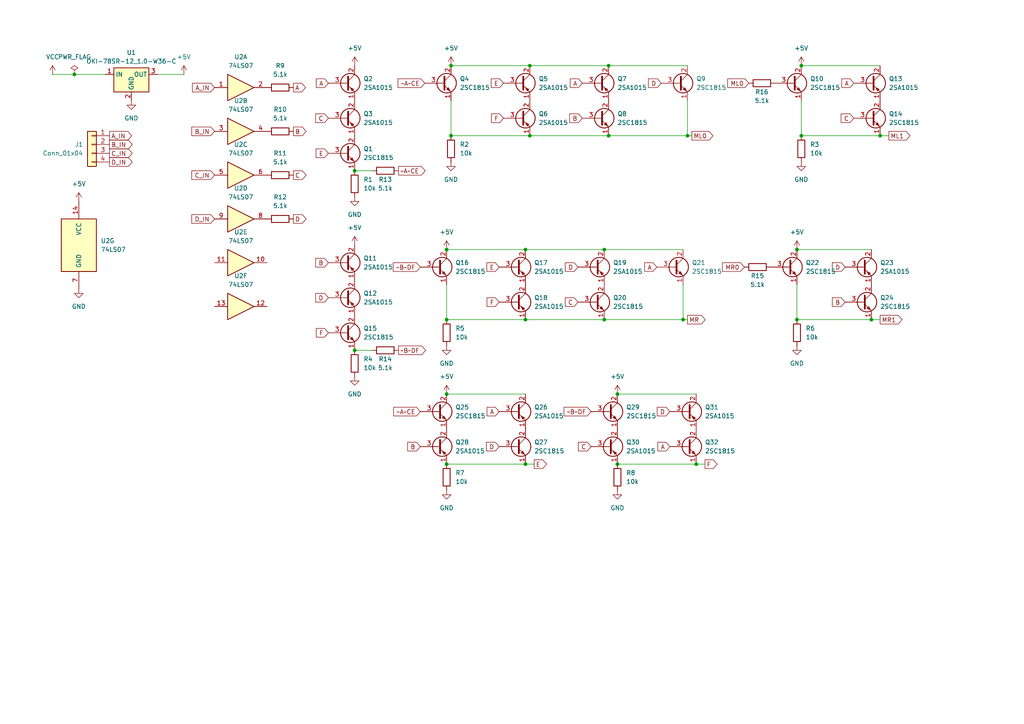
<source format=kicad_sch>
(kicad_sch (version 20231120) (generator "eeschema") (generator_version "8.0")
  (paper "A4")
  (lib_symbols
    (symbol "74xx:74LS07" (pin_names (offset 1.016))
      (property "Reference" "U" (at 0 1.27 0))
      (property "Value" "74LS07" (at 0 -1.27 0))
      (symbol "74LS07_1_0"
        (polyline (pts (xy -3.81 3.81) (xy -3.81 -3.81) (xy 3.81 0) (xy -3.81 3.81)) (stroke (width 0.254)) (fill (type background)))
        (pin input line (at -7.62 0 0) (length 3.81) (name "~") (number "1"))
        (pin open_collector line (at 7.62 0 180) (length 3.81) (name "~") (number "2"))
      )
      (symbol "74LS07_2_0"
        (polyline (pts (xy -3.81 3.81) (xy -3.81 -3.81) (xy 3.81 0) (xy -3.81 3.81)) (stroke (width 0.254)) (fill (type background)))
        (pin input line (at -7.62 0 0) (length 3.81) (name "~") (number "3"))
        (pin open_collector line (at 7.62 0 180) (length 3.81) (name "~") (number "4"))
      )
      (symbol "74LS07_3_0"
        (polyline (pts (xy -3.81 3.81) (xy -3.81 -3.81) (xy 3.81 0) (xy -3.81 3.81)) (stroke (width 0.254)) (fill (type background)))
        (pin input line (at -7.62 0 0) (length 3.81) (name "~") (number "5"))
        (pin open_collector line (at 7.62 0 180) (length 3.81) (name "~") (number "6"))
      )
      (symbol "74LS07_4_0"
        (polyline (pts (xy -3.81 3.81) (xy -3.81 -3.81) (xy 3.81 0) (xy -3.81 3.81)) (stroke (width 0.254)) (fill (type background)))
        (pin open_collector line (at 7.62 0 180) (length 3.81) (name "~") (number "8"))
        (pin input line (at -7.62 0 0) (length 3.81) (name "~") (number "9"))
      )
      (symbol "74LS07_5_0"
        (polyline (pts (xy -3.81 3.81) (xy -3.81 -3.81) (xy 3.81 0) (xy -3.81 3.81)) (stroke (width 0.254)) (fill (type background)))
        (pin open_collector line (at 7.62 0 180) (length 3.81) (name "~") (number "10"))
        (pin input line (at -7.62 0 0) (length 3.81) (name "~") (number "11"))
      )
      (symbol "74LS07_6_0"
        (polyline (pts (xy -3.81 3.81) (xy -3.81 -3.81) (xy 3.81 0) (xy -3.81 3.81)) (stroke (width 0.254)) (fill (type background)))
        (pin open_collector line (at 7.62 0 180) (length 3.81) (name "~") (number "12"))
        (pin input line (at -7.62 0 0) (length 3.81) (name "~") (number "13"))
      )
      (symbol "74LS07_7_0"
        (pin power_in line (at 0 12.7 270) (length 5.08) (name "VCC") (number "14"))
        (pin power_in line (at 0 -12.7 90) (length 5.08) (name "GND") (number "7"))
      )
      (symbol "74LS07_7_1"
        (rectangle (start -5.08 7.62) (end 5.08 -7.62) (stroke (width 0.254)) (fill (type background)))
      )
    )
    (symbol "Connector_Generic:Conn_01x04" (pin_names (offset 1.016) hide)
      (property "Reference" "J" (at 0 5.08 0))
      (property "Value" "Conn_01x04" (at 0 -7.62 0))
      (symbol "Conn_01x04_1_1"
        (rectangle (start -1.27 -4.953) (end 0 -5.207) (stroke (width 0.1524)))
        (rectangle (start -1.27 -2.413) (end 0 -2.667) (stroke (width 0.1524)))
        (rectangle (start -1.27 0.127) (end 0 -0.127) (stroke (width 0.1524)))
        (rectangle (start -1.27 2.667) (end 0 2.413) (stroke (width 0.1524)))
        (rectangle (start -1.27 3.81) (end 1.27 -6.35) (stroke (width 0.254)) (fill (type background)))
        (pin passive line (at -5.08 2.54 0) (length 3.81) (name "Pin_1") (number "1"))
        (pin passive line (at -5.08 0 0) (length 3.81) (name "Pin_2") (number "2"))
        (pin passive line (at -5.08 -2.54 0) (length 3.81) (name "Pin_3") (number "3"))
        (pin passive line (at -5.08 -5.08 0) (length 3.81) (name "Pin_4") (number "4"))
      )
    )
    (symbol "Converter_DCDC:OKI-78SR-12_1.0-W36-C"
      (property "Reference" "U" (at -3.81 3.175 0))
      (property "Value" "OKI-78SR-12_1.0-W36-C" (at 0 3.175 0))
      (symbol "OKI-78SR-12_1.0-W36-C_0_1"
        (rectangle (start -5.08 1.905) (end 5.08 -5.08) (stroke (width 0.254)) (fill (type background)))
      )
      (symbol "OKI-78SR-12_1.0-W36-C_1_1"
        (pin power_in line (at -7.62 0 0) (length 2.54) (name "IN") (number "1"))
        (pin power_in line (at 0 -7.62 90) (length 2.54) (name "GND") (number "2"))
        (pin power_out line (at 7.62 0 180) (length 2.54) (name "OUT") (number "3"))
      )
    )
    (symbol "Device:R" (pin_numbers hide) (pin_names (offset 0))
      (property "Reference" "R" (at 2.032 0 90))
      (property "Value" "R" (at 0 0 90))
      (symbol "R_0_1"
        (rectangle (start -1.016 -2.54) (end 1.016 2.54) (stroke (width 0.254)))
      )
      (symbol "R_1_1"
        (pin passive line (at 0 3.81 270) (length 1.27) (name "~") (number "1"))
        (pin passive line (at 0 -3.81 90) (length 1.27) (name "~") (number "2"))
      )
    )
    (symbol "Transistor_BJT:2SA1015" (pin_names (offset 0) hide)
      (property "Reference" "Q" (at 5.08 1.905 0))
      (property "Value" "2SA1015" (at 5.08 0 0))
      (symbol "2SA1015_0_1"
        (polyline (pts (xy 0 0) (xy 0.635 0)))
        (polyline (pts (xy 2.54 -2.54) (xy 0.635 -0.635)))
        (polyline (pts (xy 2.54 2.54) (xy 0.635 0.635)))
        (polyline (pts (xy 0.635 1.905) (xy 0.635 -1.905) (xy 0.635 -1.905)) (stroke (width 0.508)) (fill (type outline)))
        (polyline (pts (xy 1.778 -2.286) (xy 2.286 -1.778) (xy 1.27 -1.27) (xy 1.778 -2.286) (xy 1.778 -2.286)) (fill (type outline)))
        (circle (center 1.27 0) (radius 2.8194) (stroke (width 0.254)))
      )
      (symbol "2SA1015_1_1"
        (pin passive line (at 2.54 -5.08 90) (length 2.54) (name "E") (number "1"))
        (pin passive line (at 2.54 5.08 270) (length 2.54) (name "C") (number "2"))
        (pin input line (at -5.08 0 0) (length 5.08) (name "B") (number "3"))
      )
    )
    (symbol "Transistor_BJT:2SC1815" (pin_names (offset 0) hide)
      (property "Reference" "Q" (at 5.08 1.905 0))
      (property "Value" "2SC1815" (at 5.08 0 0))
      (symbol "2SC1815_0_1"
        (polyline (pts (xy 0 0) (xy 0.508 0)))
        (polyline (pts (xy 0.635 0.635) (xy 2.54 2.54)))
        (polyline (pts (xy 0.635 -0.635) (xy 2.54 -2.54) (xy 2.54 -2.54)))
        (polyline (pts (xy 0.635 1.905) (xy 0.635 -1.905) (xy 0.635 -1.905)) (stroke (width 0.508)))
        (polyline (pts (xy 1.27 -1.778) (xy 1.778 -1.27) (xy 2.286 -2.286) (xy 1.27 -1.778) (xy 1.27 -1.778)) (fill (type outline)))
        (circle (center 1.27 0) (radius 2.8194) (stroke (width 0.254)))
      )
      (symbol "2SC1815_1_1"
        (pin passive line (at 2.54 -5.08 90) (length 2.54) (name "E") (number "1"))
        (pin passive line (at 2.54 5.08 270) (length 2.54) (name "C") (number "2"))
        (pin input line (at -5.08 0 0) (length 5.08) (name "B") (number "3"))
      )
    )
    (symbol "power:+5V" (power) (pin_numbers hide) (pin_names (offset 0) hide)
      (property "Value" "+5V" (at 0 3.556 0))
      (symbol "+5V_0_1"
        (polyline (pts (xy -0.762 1.27) (xy 0 2.54)))
        (polyline (pts (xy 0 0) (xy 0 2.54)))
        (polyline (pts (xy 0 2.54) (xy 0.762 1.27)))
      )
      (symbol "+5V_1_1"
        (pin power_in line (at 0 0 90) (length 0) (name "~") (number "1"))
      )
    )
    (symbol "power:GND" (power) (pin_numbers hide) (pin_names (offset 0) hide)
      (property "Value" "GND" (at 0 -3.81 0))
      (symbol "GND_0_1"
        (polyline (pts (xy 0 0) (xy 0 -1.27) (xy 1.27 -1.27) (xy 0 -2.54) (xy -1.27 -1.27) (xy 0 -1.27)))
      )
      (symbol "GND_1_1"
        (pin power_in line (at 0 0 270) (length 0) (name "~") (number "1"))
      )
    )
    (symbol "power:PWR_FLAG" (power) (pin_numbers hide) (pin_names (offset 0) hide)
      (property "Value" "PWR_FLAG" (at 0 3.81 0))
      (symbol "PWR_FLAG_0_0"
        (pin power_out line (at 0 0 90) (length 0) (name "~") (number "1"))
      )
      (symbol "PWR_FLAG_0_1"
        (polyline (pts (xy 0 0) (xy 0 1.27) (xy -1.016 1.905) (xy 0 2.54) (xy 1.016 1.905) (xy 0 1.27)))
      )
    )
    (symbol "power:VCC" (power) (pin_numbers hide) (pin_names (offset 0) hide)
      (property "Value" "VCC" (at 0 3.556 0))
      (symbol "VCC_0_1"
        (polyline (pts (xy -0.762 1.27) (xy 0 2.54)))
        (polyline (pts (xy 0 0) (xy 0 2.54)))
        (polyline (pts (xy 0 2.54) (xy 0.762 1.27)))
      )
      (symbol "VCC_1_1"
        (pin power_in line (at 0 0 90) (length 0) (name "~") (number "1"))
      )
    )
  )
  (junction (at 21.59 21.59))
  (junction (at 199.39 39.37))
  (junction (at 129.54 72.39))
  (junction (at 152.4 134.62))
  (junction (at 175.26 72.39))
  (junction (at 102.87 101.6))
  (junction (at 129.54 134.62))
  (junction (at 198.12 92.71))
  (junction (at 176.53 39.37))
  (junction (at 152.4 72.39))
  (junction (at 179.07 134.62))
  (junction (at 130.81 39.37))
  (junction (at 129.54 92.71))
  (junction (at 232.41 19.05))
  (junction (at 231.14 72.39))
  (junction (at 255.27 39.37))
  (junction (at 232.41 39.37))
  (junction (at 201.93 134.62))
  (junction (at 152.4 92.71))
  (junction (at 252.73 92.71))
  (junction (at 176.53 19.05))
  (junction (at 153.67 19.05))
  (junction (at 102.87 49.53))
  (junction (at 129.54 114.3))
  (junction (at 179.07 114.3))
  (junction (at 231.14 92.71))
  (junction (at 130.81 19.05))
  (junction (at 153.67 39.37))
  (junction (at 175.26 92.71))
  (wire (pts (xy 199.39 39.37) (xy 176.53 39.37)))
  (wire (pts (xy 252.73 92.71) (xy 255.27 92.71)))
  (wire (pts (xy 179.07 114.3) (xy 201.93 114.3)))
  (wire (pts (xy 232.41 39.37) (xy 255.27 39.37)))
  (wire (pts (xy 179.07 134.62) (xy 201.93 134.62)))
  (wire (pts (xy 130.81 39.37) (xy 130.81 29.21)))
  (wire (pts (xy 255.27 39.37) (xy 257.81 39.37)))
  (wire (pts (xy 199.39 39.37) (xy 200.66 39.37)))
  (wire (pts (xy 45.72 21.59) (xy 53.34 21.59)))
  (wire (pts (xy 152.4 92.71) (xy 129.54 92.71)))
  (wire (pts (xy 175.26 72.39) (xy 198.12 72.39)))
  (wire (pts (xy 201.93 134.62) (xy 204.47 134.62)))
  (wire (pts (xy 129.54 134.62) (xy 152.4 134.62)))
  (wire (pts (xy 231.14 72.39) (xy 252.73 72.39)))
  (wire (pts (xy 176.53 19.05) (xy 199.39 19.05)))
  (wire (pts (xy 232.41 19.05) (xy 255.27 19.05)))
  (wire (pts (xy 129.54 92.71) (xy 129.54 82.55)))
  (wire (pts (xy 199.39 29.21) (xy 199.39 39.37)))
  (wire (pts (xy 152.4 72.39) (xy 175.26 72.39)))
  (wire (pts (xy 198.12 82.55) (xy 198.12 92.71)))
  (wire (pts (xy 15.24 21.59) (xy 21.59 21.59)))
  (wire (pts (xy 129.54 72.39) (xy 152.4 72.39)))
  (wire (pts (xy 175.26 92.71) (xy 152.4 92.71)))
  (wire (pts (xy 231.14 92.71) (xy 231.14 82.55)))
  (wire (pts (xy 21.59 21.59) (xy 30.48 21.59)))
  (wire (pts (xy 102.87 49.53) (xy 107.95 49.53)))
  (wire (pts (xy 153.67 19.05) (xy 176.53 19.05)))
  (wire (pts (xy 153.67 39.37) (xy 130.81 39.37)))
  (wire (pts (xy 198.12 92.71) (xy 199.39 92.71)))
  (wire (pts (xy 152.4 134.62) (xy 154.94 134.62)))
  (wire (pts (xy 198.12 92.71) (xy 175.26 92.71)))
  (wire (pts (xy 130.81 19.05) (xy 153.67 19.05)))
  (wire (pts (xy 176.53 39.37) (xy 153.67 39.37)))
  (wire (pts (xy 231.14 92.71) (xy 252.73 92.71)))
  (wire (pts (xy 129.54 114.3) (xy 152.4 114.3)))
  (wire (pts (xy 102.87 101.6) (xy 107.95 101.6)))
  (wire (pts (xy 232.41 39.37) (xy 232.41 29.21)))
  (global_label "C_IN" (shape output) (at 31.75 44.45 0) (property "Intersheetrefs" "${INTERSHEET_REFS}" (effects (hide yes))))
  (global_label "E" (shape input) (at 95.25 44.45 180) (property "Intersheetrefs" "${INTERSHEET_REFS}" (effects (hide yes))))
  (global_label "E" (shape output) (at 154.94 134.62 0) (property "Intersheetrefs" "${INTERSHEET_REFS}" (effects (hide yes))))
  (global_label "C" (shape input) (at 247.65 34.29 180) (property "Intersheetrefs" "${INTERSHEET_REFS}" (effects (hide yes))))
  (global_label "E" (shape input) (at 146.05 24.13 180) (property "Intersheetrefs" "${INTERSHEET_REFS}" (effects (hide yes))))
  (global_label "D" (shape input) (at 167.64 77.47 180) (property "Intersheetrefs" "${INTERSHEET_REFS}" (effects (hide yes))))
  (global_label "F" (shape output) (at 204.47 134.62 0) (property "Intersheetrefs" "${INTERSHEET_REFS}" (effects (hide yes))))
  (global_label "B" (shape input) (at 95.25 76.2 180) (property "Intersheetrefs" "${INTERSHEET_REFS}" (effects (hide yes))))
  (global_label "A" (shape input) (at 194.31 129.54 180) (property "Intersheetrefs" "${INTERSHEET_REFS}" (effects (hide yes))))
  (global_label "B" (shape output) (at 85.09 38.1 0) (property "Intersheetrefs" "${INTERSHEET_REFS}" (effects (hide yes))))
  (global_label "A" (shape input) (at 144.78 119.38 180) (property "Intersheetrefs" "${INTERSHEET_REFS}" (effects (hide yes))))
  (global_label "C" (shape input) (at 95.25 34.29 180) (property "Intersheetrefs" "${INTERSHEET_REFS}" (effects (hide yes))))
  (global_label "D" (shape input) (at 245.11 77.47 180) (property "Intersheetrefs" "${INTERSHEET_REFS}" (effects (hide yes))))
  (global_label "~A~CE" (shape output) (at 115.57 49.53 0) (property "Intersheetrefs" "${INTERSHEET_REFS}" (effects (hide yes))))
  (global_label "B_IN" (shape output) (at 31.75 41.91 0) (property "Intersheetrefs" "${INTERSHEET_REFS}" (effects (hide yes))))
  (global_label "D" (shape input) (at 194.31 119.38 180) (property "Intersheetrefs" "${INTERSHEET_REFS}" (effects (hide yes))))
  (global_label "~B~DF" (shape input) (at 171.45 119.38 180) (property "Intersheetrefs" "${INTERSHEET_REFS}" (effects (hide yes))))
  (global_label "A" (shape input) (at 95.25 24.13 180) (property "Intersheetrefs" "${INTERSHEET_REFS}" (effects (hide yes))))
  (global_label "ML0" (shape output) (at 200.66 39.37 0) (property "Intersheetrefs" "${INTERSHEET_REFS}" (effects (hide yes))))
  (global_label "C" (shape output) (at 85.09 50.8 0) (property "Intersheetrefs" "${INTERSHEET_REFS}" (effects (hide yes))))
  (global_label "F" (shape input) (at 95.25 96.52 180) (property "Intersheetrefs" "${INTERSHEET_REFS}" (effects (hide yes))))
  (global_label "D" (shape input) (at 144.78 129.54 180) (property "Intersheetrefs" "${INTERSHEET_REFS}" (effects (hide yes))))
  (global_label "A" (shape input) (at 168.91 24.13 180) (property "Intersheetrefs" "${INTERSHEET_REFS}" (effects (hide yes))))
  (global_label "~A~CE" (shape input) (at 123.19 24.13 180) (property "Intersheetrefs" "${INTERSHEET_REFS}" (effects (hide yes))))
  (global_label "B" (shape input) (at 245.11 87.63 180) (property "Intersheetrefs" "${INTERSHEET_REFS}" (effects (hide yes))))
  (global_label "C_IN" (shape input) (at 62.23 50.8 180) (property "Intersheetrefs" "${INTERSHEET_REFS}" (effects (hide yes))))
  (global_label "~A~CE" (shape input) (at 121.92 119.38 180) (property "Intersheetrefs" "${INTERSHEET_REFS}" (effects (hide yes))))
  (global_label "D_IN" (shape input) (at 62.23 63.5 180) (property "Intersheetrefs" "${INTERSHEET_REFS}" (effects (hide yes))))
  (global_label "ML0" (shape input) (at 217.17 24.13 180) (property "Intersheetrefs" "${INTERSHEET_REFS}" (effects (hide yes))))
  (global_label "F" (shape input) (at 146.05 34.29 180) (property "Intersheetrefs" "${INTERSHEET_REFS}" (effects (hide yes))))
  (global_label "A" (shape input) (at 190.5 77.47 180) (property "Intersheetrefs" "${INTERSHEET_REFS}" (effects (hide yes))))
  (global_label "E" (shape input) (at 144.78 77.47 180) (property "Intersheetrefs" "${INTERSHEET_REFS}" (effects (hide yes))))
  (global_label "F" (shape input) (at 144.78 87.63 180) (property "Intersheetrefs" "${INTERSHEET_REFS}" (effects (hide yes))))
  (global_label "D" (shape output) (at 85.09 63.5 0) (property "Intersheetrefs" "${INTERSHEET_REFS}" (effects (hide yes))))
  (global_label "D_IN" (shape output) (at 31.75 46.99 0) (property "Intersheetrefs" "${INTERSHEET_REFS}" (effects (hide yes))))
  (global_label "MR0" (shape input) (at 215.9 77.47 180) (property "Intersheetrefs" "${INTERSHEET_REFS}" (effects (hide yes))))
  (global_label "A" (shape input) (at 247.65 24.13 180) (property "Intersheetrefs" "${INTERSHEET_REFS}" (effects (hide yes))))
  (global_label "B" (shape input) (at 168.91 34.29 180) (property "Intersheetrefs" "${INTERSHEET_REFS}" (effects (hide yes))))
  (global_label "B" (shape input) (at 121.92 129.54 180) (property "Intersheetrefs" "${INTERSHEET_REFS}" (effects (hide yes))))
  (global_label "~B~DF" (shape output) (at 115.57 101.6 0) (property "Intersheetrefs" "${INTERSHEET_REFS}" (effects (hide yes))))
  (global_label "A_IN" (shape input) (at 62.23 25.4 180) (property "Intersheetrefs" "${INTERSHEET_REFS}" (effects (hide yes))))
  (global_label "MR1" (shape output) (at 255.27 92.71 0) (property "Intersheetrefs" "${INTERSHEET_REFS}" (effects (hide yes))))
  (global_label "A_IN" (shape output) (at 31.75 39.37 0) (property "Intersheetrefs" "${INTERSHEET_REFS}" (effects (hide yes))))
  (global_label "B_IN" (shape input) (at 62.23 38.1 180) (property "Intersheetrefs" "${INTERSHEET_REFS}" (effects (hide yes))))
  (global_label "A" (shape output) (at 85.09 25.4 0) (property "Intersheetrefs" "${INTERSHEET_REFS}" (effects (hide yes))))
  (global_label "C" (shape input) (at 167.64 87.63 180) (property "Intersheetrefs" "${INTERSHEET_REFS}" (effects (hide yes))))
  (global_label "D" (shape input) (at 191.77 24.13 180) (property "Intersheetrefs" "${INTERSHEET_REFS}" (effects (hide yes))))
  (global_label "C" (shape input) (at 171.45 129.54 180) (property "Intersheetrefs" "${INTERSHEET_REFS}" (effects (hide yes))))
  (global_label "D" (shape input) (at 95.25 86.36 180) (property "Intersheetrefs" "${INTERSHEET_REFS}" (effects (hide yes))))
  (global_label "~B~DF" (shape input) (at 121.92 77.47 180) (property "Intersheetrefs" "${INTERSHEET_REFS}" (effects (hide yes))))
  (global_label "ML1" (shape output) (at 257.81 39.37 0) (property "Intersheetrefs" "${INTERSHEET_REFS}" (effects (hide yes))))
  (global_label "MR" (shape output) (at 199.39 92.71 0) (property "Intersheetrefs" "${INTERSHEET_REFS}" (effects (hide yes))))
  (symbol (lib_id "power:+5V") (at 129.54 114.3 0) (unit 1)
    (property "Reference" "#PWR018" (effects (hide yes)))
    (property "Value" "+5V" (at 129.54 109.22 0))
    (property "Description" "Power symbol creates a global label with name \"+5V\"" (effects (hide yes)))
  )
  (symbol (lib_id "power:+5V") (at 231.14 72.39 0) (unit 1)
    (property "Reference" "#PWR016" (effects (hide yes)))
    (property "Value" "+5V" (at 231.14 67.31 0))
    (property "Description" "Power symbol creates a global label with name \"+5V\"" (effects (hide yes)))
  )
  (symbol (lib_id "power:+5V") (at 102.87 71.12 0) (unit 1)
    (property "Reference" "#PWR012" (effects (hide yes)))
    (property "Value" "+5V" (at 102.87 66.04 0))
    (property "Description" "Power symbol creates a global label with name \"+5V\"" (effects (hide yes)))
  )
  (symbol (lib_id "Transistor_BJT:2SC1815") (at 127 77.47 0) (unit 1)
    (property "Reference" "Q16" (at 132.08 76.1999 0) (effects (justify left)))
    (property "Value" "2SC1815" (at 132.08 78.7399 0) (effects (justify left)))
    (property "Footprint" "Package_TO_SOT_THT:TO-92L_Inline_Wide" (effects (hide yes)))
    (property "Datasheet" "https://media.digikey.com/pdf/Data%20Sheets/Toshiba%20PDFs/2SC1815.pdf" (effects (hide yes)))
    (property "Description" "0.15A Ic, 50V Vce, Low Noise Audio NPN Transistor, TO-92" (effects (hide yes)))
  )
  (symbol (lib_id "74xx:74LS07") (at 69.85 63.5 0) (unit 4)
    (property "Reference" "U2" (at 69.85 54.61 0))
    (property "Value" "74LS07" (at 69.85 57.15 0))
    (property "Footprint" "Package_DIP:DIP-14_W7.62mm_Socket" (effects (hide yes)))
    (property "Datasheet" "www.ti.com/lit/ds/symlink/sn74ls07.pdf" (effects (hide yes)))
    (property "Description" "Hex Buffers and Drivers With Open Collector High Voltage Outputs" (effects (hide yes)))
  )
  (symbol (lib_id "power:+5V") (at 232.41 19.05 0) (unit 1)
    (property "Reference" "#PWR010" (effects (hide yes)))
    (property "Value" "+5V" (at 232.41 13.97 0))
    (property "Description" "Power symbol creates a global label with name \"+5V\"" (effects (hide yes)))
  )
  (symbol (lib_id "power:VCC") (at 15.24 21.59 0) (unit 1)
    (property "Reference" "#PWR01" (effects (hide yes)))
    (property "Value" "VCC" (at 15.24 16.51 0))
    (property "Description" "Power symbol creates a global label with name \"VCC\"" (effects (hide yes)))
  )
  (symbol (lib_id "Transistor_BJT:2SC1815") (at 252.73 34.29 0) (unit 1)
    (property "Reference" "Q14" (at 257.81 33.0199 0) (effects (justify left)))
    (property "Value" "2SC1815" (at 257.81 35.5599 0) (effects (justify left)))
    (property "Footprint" "Package_TO_SOT_THT:TO-92L_Inline_Wide" (effects (hide yes)))
    (property "Datasheet" "https://media.digikey.com/pdf/Data%20Sheets/Toshiba%20PDFs/2SC1815.pdf" (effects (hide yes)))
    (property "Description" "0.15A Ic, 50V Vce, Low Noise Audio NPN Transistor, TO-92" (effects (hide yes)))
  )
  (symbol (lib_id "Transistor_BJT:2SA1015") (at 252.73 24.13 0) (unit 1)
    (property "Reference" "Q13" (at 257.81 22.8599 0) (effects (justify left)))
    (property "Value" "2SA1015" (at 257.81 25.3999 0) (effects (justify left)))
    (property "Footprint" "Package_TO_SOT_THT:TO-92_Inline" (effects (hide yes)))
    (property "Datasheet" "http://www.datasheetcatalog.org/datasheet/toshiba/905.pdf" (effects (hide yes)))
    (property "Description" "-0.15A Ic, -50V Vce, Low Noise Audio PNP Transistor, TO-92" (effects (hide yes)))
  )
  (symbol (lib_id "power:+5V") (at 129.54 72.39 0) (unit 1)
    (property "Reference" "#PWR014" (effects (hide yes)))
    (property "Value" "+5V" (at 129.54 67.31 0))
    (property "Description" "Power symbol creates a global label with name \"+5V\"" (effects (hide yes)))
  )
  (symbol (lib_id "Device:R") (at 111.76 101.6 270) (unit 1)
    (property "Reference" "R14" (at 111.76 104.14 90))
    (property "Value" "5.1k" (at 111.76 106.68 90))
    (property "Description" "Resistor" (effects (hide yes)))
  )
  (symbol (lib_id "power:+5V") (at 22.86 58.42 0) (unit 1)
    (property "Reference" "#PWR04" (effects (hide yes)))
    (property "Value" "+5V" (at 22.86 53.34 0))
    (property "Description" "Power symbol creates a global label with name \"+5V\"" (effects (hide yes)))
  )
  (symbol (lib_id "power:GND") (at 231.14 100.33 0) (unit 1)
    (property "Reference" "#PWR017" (effects (hide yes)))
    (property "Value" "GND" (at 231.14 105.41 0))
    (property "Description" "Power symbol creates a global label with name \"GND\" , ground" (effects (hide yes)))
  )
  (symbol (lib_id "Transistor_BJT:2SA1015") (at 100.33 76.2 0) (unit 1)
    (property "Reference" "Q11" (at 105.41 74.9299 0) (effects (justify left)))
    (property "Value" "2SA1015" (at 105.41 77.4699 0) (effects (justify left)))
    (property "Footprint" "Package_TO_SOT_THT:TO-92_Inline" (effects (hide yes)))
    (property "Datasheet" "http://www.datasheetcatalog.org/datasheet/toshiba/905.pdf" (effects (hide yes)))
    (property "Description" "-0.15A Ic, -50V Vce, Low Noise Audio PNP Transistor, TO-92" (effects (hide yes)))
  )
  (symbol (lib_id "Device:R") (at 81.28 38.1 270) (unit 1)
    (property "Reference" "R10" (at 81.28 31.75 90))
    (property "Value" "5.1k" (at 81.28 34.29 90))
    (property "Description" "Resistor" (effects (hide yes)))
  )
  (symbol (lib_id "Transistor_BJT:2SC1815") (at 172.72 87.63 0) (unit 1)
    (property "Reference" "Q20" (at 177.8 86.3599 0) (effects (justify left)))
    (property "Value" "2SC1815" (at 177.8 88.8999 0) (effects (justify left)))
    (property "Footprint" "Package_TO_SOT_THT:TO-92L_Inline_Wide" (effects (hide yes)))
    (property "Datasheet" "https://media.digikey.com/pdf/Data%20Sheets/Toshiba%20PDFs/2SC1815.pdf" (effects (hide yes)))
    (property "Description" "0.15A Ic, 50V Vce, Low Noise Audio NPN Transistor, TO-92" (effects (hide yes)))
  )
  (symbol (lib_id "Device:R") (at 129.54 96.52 0) (unit 1)
    (property "Reference" "R5" (at 132.08 95.2499 0) (effects (justify left)))
    (property "Value" "10k" (at 132.08 97.7899 0) (effects (justify left)))
    (property "Footprint" "Resistor_THT:R_Axial_DIN0204_L3.6mm_D1.6mm_P5.08mm_Horizontal" (effects (hide yes)))
    (property "Description" "Resistor" (effects (hide yes)))
  )
  (symbol (lib_id "power:PWR_FLAG") (at 21.59 21.59 0) (unit 1)
    (property "Reference" "#FLG01" (effects (hide yes)))
    (property "Value" "PWR_FLAG" (at 21.59 16.51 0))
    (property "Description" "Special symbol for telling ERC where power comes from" (effects (hide yes)))
  )
  (symbol (lib_id "Transistor_BJT:2SA1015") (at 176.53 129.54 0) (unit 1)
    (property "Reference" "Q30" (at 181.61 128.2699 0) (effects (justify left)))
    (property "Value" "2SA1015" (at 181.61 130.8099 0) (effects (justify left)))
    (property "Footprint" "Package_TO_SOT_THT:TO-92_Inline" (effects (hide yes)))
    (property "Datasheet" "http://www.datasheetcatalog.org/datasheet/toshiba/905.pdf" (effects (hide yes)))
    (property "Description" "-0.15A Ic, -50V Vce, Low Noise Audio PNP Transistor, TO-92" (effects (hide yes)))
  )
  (symbol (lib_id "power:+5V") (at 179.07 114.3 0) (unit 1)
    (property "Reference" "#PWR020" (effects (hide yes)))
    (property "Value" "+5V" (at 179.07 109.22 0))
    (property "Description" "Power symbol creates a global label with name \"+5V\"" (effects (hide yes)))
  )
  (symbol (lib_id "Device:R") (at 220.98 24.13 270) (unit 1)
    (property "Reference" "R16" (at 220.98 26.67 90))
    (property "Value" "5.1k" (at 220.98 29.21 90))
    (property "Description" "Resistor" (effects (hide yes)))
  )
  (symbol (lib_id "power:GND") (at 129.54 100.33 0) (unit 1)
    (property "Reference" "#PWR015" (effects (hide yes)))
    (property "Value" "GND" (at 129.54 105.41 0))
    (property "Description" "Power symbol creates a global label with name \"GND\" , ground" (effects (hide yes)))
  )
  (symbol (lib_id "Device:R") (at 231.14 96.52 0) (unit 1)
    (property "Reference" "R6" (at 233.68 95.2499 0) (effects (justify left)))
    (property "Value" "10k" (at 233.68 97.7899 0) (effects (justify left)))
    (property "Footprint" "Resistor_THT:R_Axial_DIN0204_L3.6mm_D1.6mm_P5.08mm_Horizontal" (effects (hide yes)))
    (property "Description" "Resistor" (effects (hide yes)))
  )
  (symbol (lib_id "74xx:74LS07") (at 69.85 88.9 0) (unit 6)
    (property "Reference" "U2" (at 69.85 80.01 0))
    (property "Value" "74LS07" (at 69.85 82.55 0))
    (property "Footprint" "Package_DIP:DIP-14_W7.62mm_Socket" (effects (hide yes)))
    (property "Datasheet" "www.ti.com/lit/ds/symlink/sn74ls07.pdf" (effects (hide yes)))
    (property "Description" "Hex Buffers and Drivers With Open Collector High Voltage Outputs" (effects (hide yes)))
  )
  (symbol (lib_id "power:GND") (at 232.41 46.99 0) (unit 1)
    (property "Reference" "#PWR011" (effects (hide yes)))
    (property "Value" "GND" (at 232.41 52.07 0))
    (property "Description" "Power symbol creates a global label with name \"GND\" , ground" (effects (hide yes)))
  )
  (symbol (lib_id "74xx:74LS07") (at 69.85 50.8 0) (unit 3)
    (property "Reference" "U2" (at 69.85 41.91 0))
    (property "Value" "74LS07" (at 69.85 44.45 0))
    (property "Footprint" "Package_DIP:DIP-14_W7.62mm_Socket" (effects (hide yes)))
    (property "Datasheet" "www.ti.com/lit/ds/symlink/sn74ls07.pdf" (effects (hide yes)))
    (property "Description" "Hex Buffers and Drivers With Open Collector High Voltage Outputs" (effects (hide yes)))
  )
  (symbol (lib_id "power:GND") (at 102.87 109.22 0) (unit 1)
    (property "Reference" "#PWR013" (effects (hide yes)))
    (property "Value" "GND" (at 102.87 114.3 0))
    (property "Description" "Power symbol creates a global label with name \"GND\" , ground" (effects (hide yes)))
  )
  (symbol (lib_id "Transistor_BJT:2SC1815") (at 127 119.38 0) (unit 1)
    (property "Reference" "Q25" (at 132.08 118.1099 0) (effects (justify left)))
    (property "Value" "2SC1815" (at 132.08 120.6499 0) (effects (justify left)))
    (property "Footprint" "Package_TO_SOT_THT:TO-92L_Inline_Wide" (effects (hide yes)))
    (property "Datasheet" "https://media.digikey.com/pdf/Data%20Sheets/Toshiba%20PDFs/2SC1815.pdf" (effects (hide yes)))
    (property "Description" "0.15A Ic, 50V Vce, Low Noise Audio NPN Transistor, TO-92" (effects (hide yes)))
  )
  (symbol (lib_id "Device:R") (at 102.87 105.41 0) (unit 1)
    (property "Reference" "R4" (at 105.41 104.1399 0) (effects (justify left)))
    (property "Value" "10k" (at 105.41 106.6799 0) (effects (justify left)))
    (property "Footprint" "Resistor_THT:R_Axial_DIN0204_L3.6mm_D1.6mm_P5.08mm_Horizontal" (effects (hide yes)))
    (property "Description" "Resistor" (effects (hide yes)))
  )
  (symbol (lib_id "Converter_DCDC:OKI-78SR-12_1.0-W36-C") (at 38.1 21.59 0) (unit 1)
    (property "Reference" "U1" (at 38.1 15.24 0))
    (property "Value" "OKI-78SR-12_1.0-W36-C" (at 38.1 17.78 0))
    (property "Footprint" "Converter_DCDC:Converter_DCDC_Murata_OKI-78SR_Vertical" (effects (hide yes)))
    (property "Datasheet" "https://power.murata.com/data/power/oki-78sr.pdf" (effects (hide yes)))
    (property "Description" "1.0A Step-Down DC/DC-Regulator, 15-36V input, 12V fixed Output Voltage, LM78xx replacement, -40°C to +85°C, OKI-78SR_Vertical" (effects (hide yes)))
  )
  (symbol (lib_id "Transistor_BJT:2SA1015") (at 172.72 77.47 0) (unit 1)
    (property "Reference" "Q19" (at 177.8 76.1999 0) (effects (justify left)))
    (property "Value" "2SA1015" (at 177.8 78.7399 0) (effects (justify left)))
    (property "Footprint" "Package_TO_SOT_THT:TO-92_Inline" (effects (hide yes)))
    (property "Datasheet" "http://www.datasheetcatalog.org/datasheet/toshiba/905.pdf" (effects (hide yes)))
    (property "Description" "-0.15A Ic, -50V Vce, Low Noise Audio PNP Transistor, TO-92" (effects (hide yes)))
  )
  (symbol (lib_id "Device:R") (at 129.54 138.43 0) (unit 1)
    (property "Reference" "R7" (at 132.08 137.1599 0) (effects (justify left)))
    (property "Value" "10k" (at 132.08 139.6999 0) (effects (justify left)))
    (property "Footprint" "Resistor_THT:R_Axial_DIN0204_L3.6mm_D1.6mm_P5.08mm_Horizontal" (effects (hide yes)))
    (property "Description" "Resistor" (effects (hide yes)))
  )
  (symbol (lib_id "Transistor_BJT:2SA1015") (at 149.86 77.47 0) (unit 1)
    (property "Reference" "Q17" (at 154.94 76.1999 0) (effects (justify left)))
    (property "Value" "2SA1015" (at 154.94 78.7399 0) (effects (justify left)))
    (property "Footprint" "Package_TO_SOT_THT:TO-92_Inline" (effects (hide yes)))
    (property "Datasheet" "http://www.datasheetcatalog.org/datasheet/toshiba/905.pdf" (effects (hide yes)))
    (property "Description" "-0.15A Ic, -50V Vce, Low Noise Audio PNP Transistor, TO-92" (effects (hide yes)))
  )
  (symbol (lib_id "power:GND") (at 22.86 83.82 0) (unit 1)
    (property "Reference" "#PWR05" (effects (hide yes)))
    (property "Value" "GND" (at 22.86 88.9 0))
    (property "Description" "Power symbol creates a global label with name \"GND\" , ground" (effects (hide yes)))
  )
  (symbol (lib_id "Transistor_BJT:2SC1815") (at 199.39 129.54 0) (unit 1)
    (property "Reference" "Q32" (at 204.47 128.2699 0) (effects (justify left)))
    (property "Value" "2SC1815" (at 204.47 130.8099 0) (effects (justify left)))
    (property "Footprint" "Package_TO_SOT_THT:TO-92L_Inline_Wide" (effects (hide yes)))
    (property "Datasheet" "https://media.digikey.com/pdf/Data%20Sheets/Toshiba%20PDFs/2SC1815.pdf" (effects (hide yes)))
    (property "Description" "0.15A Ic, 50V Vce, Low Noise Audio NPN Transistor, TO-92" (effects (hide yes)))
  )
  (symbol (lib_id "Device:R") (at 219.71 77.47 270) (unit 1)
    (property "Reference" "R15" (at 219.71 80.01 90))
    (property "Value" "5.1k" (at 219.71 82.55 90))
    (property "Description" "Resistor" (effects (hide yes)))
  )
  (symbol (lib_id "Transistor_BJT:2SC1815") (at 173.99 34.29 0) (unit 1)
    (property "Reference" "Q8" (at 179.07 33.0199 0) (effects (justify left)))
    (property "Value" "2SC1815" (at 179.07 35.5599 0) (effects (justify left)))
    (property "Footprint" "Package_TO_SOT_THT:TO-92L_Inline_Wide" (effects (hide yes)))
    (property "Datasheet" "https://media.digikey.com/pdf/Data%20Sheets/Toshiba%20PDFs/2SC1815.pdf" (effects (hide yes)))
    (property "Description" "0.15A Ic, 50V Vce, Low Noise Audio NPN Transistor, TO-92" (effects (hide yes)))
  )
  (symbol (lib_id "Device:R") (at 232.41 43.18 0) (unit 1)
    (property "Reference" "R3" (at 234.95 41.9099 0) (effects (justify left)))
    (property "Value" "10k" (at 234.95 44.4499 0) (effects (justify left)))
    (property "Footprint" "Resistor_THT:R_Axial_DIN0204_L3.6mm_D1.6mm_P5.08mm_Horizontal" (effects (hide yes)))
    (property "Description" "Resistor" (effects (hide yes)))
  )
  (symbol (lib_id "Device:R") (at 81.28 63.5 270) (unit 1)
    (property "Reference" "R12" (at 81.28 57.15 90))
    (property "Value" "5.1k" (at 81.28 59.69 90))
    (property "Description" "Resistor" (effects (hide yes)))
  )
  (symbol (lib_id "Transistor_BJT:2SC1815") (at 228.6 77.47 0) (unit 1)
    (property "Reference" "Q22" (at 233.68 76.1999 0) (effects (justify left)))
    (property "Value" "2SC1815" (at 233.68 78.7399 0) (effects (justify left)))
    (property "Footprint" "Package_TO_SOT_THT:TO-92L_Inline_Wide" (effects (hide yes)))
    (property "Datasheet" "https://media.digikey.com/pdf/Data%20Sheets/Toshiba%20PDFs/2SC1815.pdf" (effects (hide yes)))
    (property "Description" "0.15A Ic, 50V Vce, Low Noise Audio NPN Transistor, TO-92" (effects (hide yes)))
  )
  (symbol (lib_id "power:+5V") (at 130.81 19.05 0) (unit 1)
    (property "Reference" "#PWR08" (effects (hide yes)))
    (property "Value" "+5V" (at 130.81 13.97 0))
    (property "Description" "Power symbol creates a global label with name \"+5V\"" (effects (hide yes)))
  )
  (symbol (lib_id "Transistor_BJT:2SA1015") (at 151.13 24.13 0) (unit 1)
    (property "Reference" "Q5" (at 156.21 22.8599 0) (effects (justify left)))
    (property "Value" "2SA1015" (at 156.21 25.3999 0) (effects (justify left)))
    (property "Footprint" "Package_TO_SOT_THT:TO-92_Inline" (effects (hide yes)))
    (property "Datasheet" "http://www.datasheetcatalog.org/datasheet/toshiba/905.pdf" (effects (hide yes)))
    (property "Description" "-0.15A Ic, -50V Vce, Low Noise Audio PNP Transistor, TO-92" (effects (hide yes)))
  )
  (symbol (lib_id "Device:R") (at 81.28 25.4 270) (unit 1)
    (property "Reference" "R9" (at 81.28 19.05 90))
    (property "Value" "5.1k" (at 81.28 21.59 90))
    (property "Description" "Resistor" (effects (hide yes)))
  )
  (symbol (lib_id "Transistor_BJT:2SA1015") (at 173.99 24.13 0) (unit 1)
    (property "Reference" "Q7" (at 179.07 22.8599 0) (effects (justify left)))
    (property "Value" "2SA1015" (at 179.07 25.3999 0) (effects (justify left)))
    (property "Footprint" "Package_TO_SOT_THT:TO-92_Inline" (effects (hide yes)))
    (property "Datasheet" "http://www.datasheetcatalog.org/datasheet/toshiba/905.pdf" (effects (hide yes)))
    (property "Description" "-0.15A Ic, -50V Vce, Low Noise Audio PNP Transistor, TO-92" (effects (hide yes)))
  )
  (symbol (lib_id "74xx:74LS07") (at 69.85 38.1 0) (unit 2)
    (property "Reference" "U2" (at 69.85 29.21 0))
    (property "Value" "74LS07" (at 69.85 31.75 0))
    (property "Footprint" "Package_DIP:DIP-14_W7.62mm_Socket" (effects (hide yes)))
    (property "Datasheet" "www.ti.com/lit/ds/symlink/sn74ls07.pdf" (effects (hide yes)))
    (property "Description" "Hex Buffers and Drivers With Open Collector High Voltage Outputs" (effects (hide yes)))
  )
  (symbol (lib_id "Transistor_BJT:2SC1815") (at 149.86 129.54 0) (unit 1)
    (property "Reference" "Q27" (at 154.94 128.2699 0) (effects (justify left)))
    (property "Value" "2SC1815" (at 154.94 130.8099 0) (effects (justify left)))
    (property "Footprint" "Package_TO_SOT_THT:TO-92L_Inline_Wide" (effects (hide yes)))
    (property "Datasheet" "https://media.digikey.com/pdf/Data%20Sheets/Toshiba%20PDFs/2SC1815.pdf" (effects (hide yes)))
    (property "Description" "0.15A Ic, 50V Vce, Low Noise Audio NPN Transistor, TO-92" (effects (hide yes)))
  )
  (symbol (lib_id "74xx:74LS07") (at 22.86 71.12 0) (unit 7)
    (property "Reference" "U2" (at 29.21 69.8499 0) (effects (justify left)))
    (property "Value" "74LS07" (at 29.21 72.3899 0) (effects (justify left)))
    (property "Footprint" "Package_DIP:DIP-14_W7.62mm_Socket" (effects (hide yes)))
    (property "Datasheet" "www.ti.com/lit/ds/symlink/sn74ls07.pdf" (effects (hide yes)))
    (property "Description" "Hex Buffers and Drivers With Open Collector High Voltage Outputs" (effects (hide yes)))
  )
  (symbol (lib_id "Device:R") (at 179.07 138.43 0) (unit 1)
    (property "Reference" "R8" (at 181.61 137.1599 0) (effects (justify left)))
    (property "Value" "10k" (at 181.61 139.6999 0) (effects (justify left)))
    (property "Footprint" "Resistor_THT:R_Axial_DIN0204_L3.6mm_D1.6mm_P5.08mm_Horizontal" (effects (hide yes)))
    (property "Description" "Resistor" (effects (hide yes)))
  )
  (symbol (lib_id "Transistor_BJT:2SC1815") (at 250.19 87.63 0) (unit 1)
    (property "Reference" "Q24" (at 255.27 86.3599 0) (effects (justify left)))
    (property "Value" "2SC1815" (at 255.27 88.8999 0) (effects (justify left)))
    (property "Footprint" "Package_TO_SOT_THT:TO-92L_Inline_Wide" (effects (hide yes)))
    (property "Datasheet" "https://media.digikey.com/pdf/Data%20Sheets/Toshiba%20PDFs/2SC1815.pdf" (effects (hide yes)))
    (property "Description" "0.15A Ic, 50V Vce, Low Noise Audio NPN Transistor, TO-92" (effects (hide yes)))
  )
  (symbol (lib_id "Transistor_BJT:2SA1015") (at 250.19 77.47 0) (unit 1)
    (property "Reference" "Q23" (at 255.27 76.1999 0) (effects (justify left)))
    (property "Value" "2SA1015" (at 255.27 78.7399 0) (effects (justify left)))
    (property "Footprint" "Package_TO_SOT_THT:TO-92_Inline" (effects (hide yes)))
    (property "Datasheet" "http://www.datasheetcatalog.org/datasheet/toshiba/905.pdf" (effects (hide yes)))
    (property "Description" "-0.15A Ic, -50V Vce, Low Noise Audio PNP Transistor, TO-92" (effects (hide yes)))
  )
  (symbol (lib_id "Device:R") (at 102.87 53.34 0) (unit 1)
    (property "Reference" "R1" (at 105.41 52.0699 0) (effects (justify left)))
    (property "Value" "10k" (at 105.41 54.6099 0) (effects (justify left)))
    (property "Footprint" "Resistor_THT:R_Axial_DIN0204_L3.6mm_D1.6mm_P5.08mm_Horizontal" (effects (hide yes)))
    (property "Description" "Resistor" (effects (hide yes)))
  )
  (symbol (lib_id "Transistor_BJT:2SA1015") (at 149.86 119.38 0) (unit 1)
    (property "Reference" "Q26" (at 154.94 118.1099 0) (effects (justify left)))
    (property "Value" "2SA1015" (at 154.94 120.6499 0) (effects (justify left)))
    (property "Footprint" "Package_TO_SOT_THT:TO-92_Inline" (effects (hide yes)))
    (property "Datasheet" "http://www.datasheetcatalog.org/datasheet/toshiba/905.pdf" (effects (hide yes)))
    (property "Description" "-0.15A Ic, -50V Vce, Low Noise Audio PNP Transistor, TO-92" (effects (hide yes)))
  )
  (symbol (lib_id "Transistor_BJT:2SA1015") (at 100.33 24.13 0) (unit 1)
    (property "Reference" "Q2" (at 105.41 22.8599 0) (effects (justify left)))
    (property "Value" "2SA1015" (at 105.41 25.3999 0) (effects (justify left)))
    (property "Footprint" "Package_TO_SOT_THT:TO-92_Inline" (effects (hide yes)))
    (property "Datasheet" "http://www.datasheetcatalog.org/datasheet/toshiba/905.pdf" (effects (hide yes)))
    (property "Description" "-0.15A Ic, -50V Vce, Low Noise Audio PNP Transistor, TO-92" (effects (hide yes)))
  )
  (symbol (lib_id "power:GND") (at 179.07 142.24 0) (unit 1)
    (property "Reference" "#PWR021" (effects (hide yes)))
    (property "Value" "GND" (at 179.07 147.32 0))
    (property "Description" "Power symbol creates a global label with name \"GND\" , ground" (effects (hide yes)))
  )
  (symbol (lib_id "power:GND") (at 129.54 142.24 0) (unit 1)
    (property "Reference" "#PWR019" (effects (hide yes)))
    (property "Value" "GND" (at 129.54 147.32 0))
    (property "Description" "Power symbol creates a global label with name \"GND\" , ground" (effects (hide yes)))
  )
  (symbol (lib_id "power:GND") (at 102.87 57.15 0) (unit 1)
    (property "Reference" "#PWR07" (effects (hide yes)))
    (property "Value" "GND" (at 102.87 62.23 0))
    (property "Description" "Power symbol creates a global label with name \"GND\" , ground" (effects (hide yes)))
  )
  (symbol (lib_id "74xx:74LS07") (at 69.85 76.2 0) (unit 5)
    (property "Reference" "U2" (at 69.85 67.31 0))
    (property "Value" "74LS07" (at 69.85 69.85 0))
    (property "Footprint" "Package_DIP:DIP-14_W7.62mm_Socket" (effects (hide yes)))
    (property "Datasheet" "www.ti.com/lit/ds/symlink/sn74ls07.pdf" (effects (hide yes)))
    (property "Description" "Hex Buffers and Drivers With Open Collector High Voltage Outputs" (effects (hide yes)))
  )
  (symbol (lib_id "Transistor_BJT:2SC1815") (at 195.58 77.47 0) (unit 1)
    (property "Reference" "Q21" (at 200.66 76.1999 0) (effects (justify left)))
    (property "Value" "2SC1815" (at 200.66 78.7399 0) (effects (justify left)))
    (property "Footprint" "Package_TO_SOT_THT:TO-92L_Inline_Wide" (effects (hide yes)))
    (property "Datasheet" "https://media.digikey.com/pdf/Data%20Sheets/Toshiba%20PDFs/2SC1815.pdf" (effects (hide yes)))
    (property "Description" "0.15A Ic, 50V Vce, Low Noise Audio NPN Transistor, TO-92" (effects (hide yes)))
  )
  (symbol (lib_id "Transistor_BJT:2SC1815") (at 128.27 24.13 0) (unit 1)
    (property "Reference" "Q4" (at 133.35 22.8599 0) (effects (justify left)))
    (property "Value" "2SC1815" (at 133.35 25.3999 0) (effects (justify left)))
    (property "Footprint" "Package_TO_SOT_THT:TO-92L_Inline_Wide" (effects (hide yes)))
    (property "Datasheet" "https://media.digikey.com/pdf/Data%20Sheets/Toshiba%20PDFs/2SC1815.pdf" (effects (hide yes)))
    (property "Description" "0.15A Ic, 50V Vce, Low Noise Audio NPN Transistor, TO-92" (effects (hide yes)))
  )
  (symbol (lib_id "Transistor_BJT:2SC1815") (at 229.87 24.13 0) (unit 1)
    (property "Reference" "Q10" (at 234.95 22.8599 0) (effects (justify left)))
    (property "Value" "2SC1815" (at 234.95 25.3999 0) (effects (justify left)))
    (property "Footprint" "Package_TO_SOT_THT:TO-92L_Inline_Wide" (effects (hide yes)))
    (property "Datasheet" "https://media.digikey.com/pdf/Data%20Sheets/Toshiba%20PDFs/2SC1815.pdf" (effects (hide yes)))
    (property "Description" "0.15A Ic, 50V Vce, Low Noise Audio NPN Transistor, TO-92" (effects (hide yes)))
  )
  (symbol (lib_id "Device:R") (at 81.28 50.8 270) (unit 1)
    (property "Reference" "R11" (at 81.28 44.45 90))
    (property "Value" "5.1k" (at 81.28 46.99 90))
    (property "Description" "Resistor" (effects (hide yes)))
  )
  (symbol (lib_id "Device:R") (at 130.81 43.18 0) (unit 1)
    (property "Reference" "R2" (at 133.35 41.9099 0) (effects (justify left)))
    (property "Value" "10k" (at 133.35 44.4499 0) (effects (justify left)))
    (property "Footprint" "Resistor_THT:R_Axial_DIN0204_L3.6mm_D1.6mm_P5.08mm_Horizontal" (effects (hide yes)))
    (property "Description" "Resistor" (effects (hide yes)))
  )
  (symbol (lib_id "Transistor_BJT:2SC1815") (at 196.85 24.13 0) (unit 1)
    (property "Reference" "Q9" (at 201.93 22.8599 0) (effects (justify left)))
    (property "Value" "2SC1815" (at 201.93 25.3999 0) (effects (justify left)))
    (property "Footprint" "Package_TO_SOT_THT:TO-92L_Inline_Wide" (effects (hide yes)))
    (property "Datasheet" "https://media.digikey.com/pdf/Data%20Sheets/Toshiba%20PDFs/2SC1815.pdf" (effects (hide yes)))
    (property "Description" "0.15A Ic, 50V Vce, Low Noise Audio NPN Transistor, TO-92" (effects (hide yes)))
  )
  (symbol (lib_id "Transistor_BJT:2SA1015") (at 127 129.54 0) (unit 1)
    (property "Reference" "Q28" (at 132.08 128.2699 0) (effects (justify left)))
    (property "Value" "2SA1015" (at 132.08 130.8099 0) (effects (justify left)))
    (property "Footprint" "Package_TO_SOT_THT:TO-92_Inline" (effects (hide yes)))
    (property "Datasheet" "http://www.datasheetcatalog.org/datasheet/toshiba/905.pdf" (effects (hide yes)))
    (property "Description" "-0.15A Ic, -50V Vce, Low Noise Audio PNP Transistor, TO-92" (effects (hide yes)))
  )
  (symbol (lib_id "power:+5V") (at 53.34 21.59 0) (unit 1)
    (property "Reference" "#PWR03" (effects (hide yes)))
    (property "Value" "+5V" (at 53.34 16.51 0))
    (property "Description" "Power symbol creates a global label with name \"+5V\"" (effects (hide yes)))
  )
  (symbol (lib_id "power:+5V") (at 102.87 19.05 0) (unit 1)
    (property "Reference" "#PWR06" (effects (hide yes)))
    (property "Value" "+5V" (at 102.87 13.97 0))
    (property "Description" "Power symbol creates a global label with name \"+5V\"" (effects (hide yes)))
  )
  (symbol (lib_id "Transistor_BJT:2SA1015") (at 100.33 86.36 0) (unit 1)
    (property "Reference" "Q12" (at 105.41 85.0899 0) (effects (justify left)))
    (property "Value" "2SA1015" (at 105.41 87.6299 0) (effects (justify left)))
    (property "Footprint" "Package_TO_SOT_THT:TO-92_Inline" (effects (hide yes)))
    (property "Datasheet" "http://www.datasheetcatalog.org/datasheet/toshiba/905.pdf" (effects (hide yes)))
    (property "Description" "-0.15A Ic, -50V Vce, Low Noise Audio PNP Transistor, TO-92" (effects (hide yes)))
  )
  (symbol (lib_id "power:GND") (at 130.81 46.99 0) (unit 1)
    (property "Reference" "#PWR09" (effects (hide yes)))
    (property "Value" "GND" (at 130.81 52.07 0))
    (property "Description" "Power symbol creates a global label with name \"GND\" , ground" (effects (hide yes)))
  )
  (symbol (lib_id "Transistor_BJT:2SA1015") (at 199.39 119.38 0) (unit 1)
    (property "Reference" "Q31" (at 204.47 118.1099 0) (effects (justify left)))
    (property "Value" "2SA1015" (at 204.47 120.6499 0) (effects (justify left)))
    (property "Footprint" "Package_TO_SOT_THT:TO-92_Inline" (effects (hide yes)))
    (property "Datasheet" "http://www.datasheetcatalog.org/datasheet/toshiba/905.pdf" (effects (hide yes)))
    (property "Description" "-0.15A Ic, -50V Vce, Low Noise Audio PNP Transistor, TO-92" (effects (hide yes)))
  )
  (symbol (lib_id "Transistor_BJT:2SC1815") (at 100.33 96.52 0) (unit 1)
    (property "Reference" "Q15" (at 105.41 95.2499 0) (effects (justify left)))
    (property "Value" "2SC1815" (at 105.41 97.7899 0) (effects (justify left)))
    (property "Footprint" "Package_TO_SOT_THT:TO-92L_Inline_Wide" (effects (hide yes)))
    (property "Datasheet" "https://media.digikey.com/pdf/Data%20Sheets/Toshiba%20PDFs/2SC1815.pdf" (effects (hide yes)))
    (property "Description" "0.15A Ic, 50V Vce, Low Noise Audio NPN Transistor, TO-92" (effects (hide yes)))
  )
  (symbol (lib_id "Transistor_BJT:2SC1815") (at 100.33 44.45 0) (unit 1)
    (property "Reference" "Q1" (at 105.41 43.1799 0) (effects (justify left)))
    (property "Value" "2SC1815" (at 105.41 45.7199 0) (effects (justify left)))
    (property "Footprint" "Package_TO_SOT_THT:TO-92L_Inline_Wide" (effects (hide yes)))
    (property "Datasheet" "https://media.digikey.com/pdf/Data%20Sheets/Toshiba%20PDFs/2SC1815.pdf" (effects (hide yes)))
    (property "Description" "0.15A Ic, 50V Vce, Low Noise Audio NPN Transistor, TO-92" (effects (hide yes)))
  )
  (symbol (lib_id "Transistor_BJT:2SA1015") (at 100.33 34.29 0) (unit 1)
    (property "Reference" "Q3" (at 105.41 33.0199 0) (effects (justify left)))
    (property "Value" "2SA1015" (at 105.41 35.5599 0) (effects (justify left)))
    (property "Footprint" "Package_TO_SOT_THT:TO-92_Inline" (effects (hide yes)))
    (property "Datasheet" "http://www.datasheetcatalog.org/datasheet/toshiba/905.pdf" (effects (hide yes)))
    (property "Description" "-0.15A Ic, -50V Vce, Low Noise Audio PNP Transistor, TO-92" (effects (hide yes)))
  )
  (symbol (lib_id "power:GND") (at 38.1 29.21 0) (unit 1)
    (property "Reference" "#PWR02" (effects (hide yes)))
    (property "Value" "GND" (at 38.1 34.29 0))
    (property "Description" "Power symbol creates a global label with name \"GND\" , ground" (effects (hide yes)))
  )
  (symbol (lib_id "74xx:74LS07") (at 69.85 25.4 0) (unit 1)
    (property "Reference" "U2" (at 69.85 16.51 0))
    (property "Value" "74LS07" (at 69.85 19.05 0))
    (property "Footprint" "Package_DIP:DIP-14_W7.62mm_Socket" (effects (hide yes)))
    (property "Datasheet" "www.ti.com/lit/ds/symlink/sn74ls07.pdf" (effects (hide yes)))
    (property "Description" "Hex Buffers and Drivers With Open Collector High Voltage Outputs" (effects (hide yes)))
  )
  (symbol (lib_id "Device:R") (at 111.76 49.53 270) (unit 1)
    (property "Reference" "R13" (at 111.76 52.07 90))
    (property "Value" "5.1k" (at 111.76 54.61 90))
    (property "Description" "Resistor" (effects (hide yes)))
  )
  (symbol (lib_id "Connector_Generic:Conn_01x04") (at 26.67 41.91 0) (mirror y) (unit 1)
    (property "Reference" "J1" (at 24.13 41.9099 0) (effects (justify left)))
    (property "Value" "Conn_01x04" (at 24.13 44.4499 0) (effects (justify left)))
    (property "Footprint" "Connector_PinSocket_2.54mm:PinSocket_1x04_P2.54mm_Vertical" (effects (hide yes)))
    (property "Description" "Generic connector, single row, 01x04, script generated (kicad-library-utils/schlib/autogen/connector/)" (effects (hide yes)))
  )
  (symbol (lib_id "Transistor_BJT:2SC1815") (at 176.53 119.38 0) (unit 1)
    (property "Reference" "Q29" (at 181.61 118.1099 0) (effects (justify left)))
    (property "Value" "2SC1815" (at 181.61 120.6499 0) (effects (justify left)))
    (property "Footprint" "Package_TO_SOT_THT:TO-92L_Inline_Wide" (effects (hide yes)))
    (property "Datasheet" "https://media.digikey.com/pdf/Data%20Sheets/Toshiba%20PDFs/2SC1815.pdf" (effects (hide yes)))
    (property "Description" "0.15A Ic, 50V Vce, Low Noise Audio NPN Transistor, TO-92" (effects (hide yes)))
  )
  (symbol (lib_id "Transistor_BJT:2SA1015") (at 151.13 34.29 0) (unit 1)
    (property "Reference" "Q6" (at 156.21 33.0199 0) (effects (justify left)))
    (property "Value" "2SA1015" (at 156.21 35.5599 0) (effects (justify left)))
    (property "Footprint" "Package_TO_SOT_THT:TO-92_Inline" (effects (hide yes)))
    (property "Datasheet" "http://www.datasheetcatalog.org/datasheet/toshiba/905.pdf" (effects (hide yes)))
    (property "Description" "-0.15A Ic, -50V Vce, Low Noise Audio PNP Transistor, TO-92" (effects (hide yes)))
  )
  (symbol (lib_id "Transistor_BJT:2SA1015") (at 149.86 87.63 0) (unit 1)
    (property "Reference" "Q18" (at 154.94 86.3599 0) (effects (justify left)))
    (property "Value" "2SA1015" (at 154.94 88.8999 0) (effects (justify left)))
    (property "Footprint" "Package_TO_SOT_THT:TO-92_Inline" (effects (hide yes)))
    (property "Datasheet" "http://www.datasheetcatalog.org/datasheet/toshiba/905.pdf" (effects (hide yes)))
    (property "Description" "-0.15A Ic, -50V Vce, Low Noise Audio PNP Transistor, TO-92" (effects (hide yes)))
  )
)
</source>
